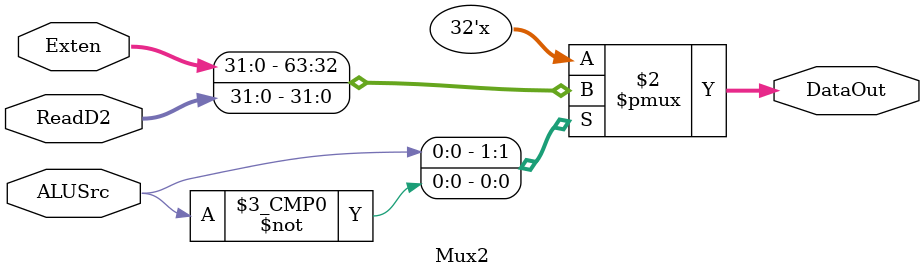
<source format=v>

module Mux2
(
	//Entradas
	input wire ALUSrc,             //Selector
	input wire [31:0] ReadD2,      //Dato de registro 2
	input wire [31:0] Exten,       //Extensor
	
	//Salida
	output reg [31:0] DataOut      //Dato de salida
);

always @(*) begin
	case (ALUSrc)
		1'b1: begin
			DataOut = Exten;
		end
		1'b0: begin
			DataOut = ReadD2;
		end
	endcase
end

endmodule

</source>
